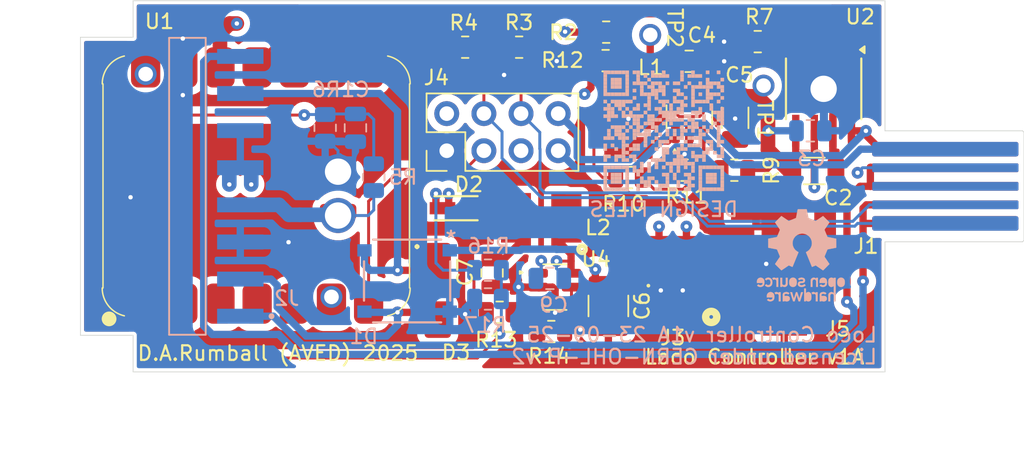
<source format=kicad_pcb>
(kicad_pcb (version 20241229) (generator "pcbnew") (generator_version "9.0")
  (layers (0 "F.Cu" signal) (4 "In1.Cu" signal) (6 "In2.Cu" signal) (2 "B.Cu" signal) (13 "F.Paste" user) (15 "B.Paste" user) (5 "F.SilkS" user "F.Silkscreen") (7 "B.SilkS" user "B.Silkscreen") (1 "F.Mask" user) (3 "B.Mask" user) (25 "Edge.Cuts" user))
  (net 0 "")
  (net 1 "/motor driver/+12V0")
  (net 2 "/LED_Y")
  (net 3 "/LED_R")
  (net 5 "/PWR_IN-")
  (net 6 "/BAT+")
  (net 7 "/PWR_IN+")
  (net 8 "Net-(U2-ILIM)")
  (net 9 "/motor driver/PCM_B")
  (net 10 "/motor driver/PCM_A")
  (net 11 "VBAT")
  (net 12 "Net-(U3-FB)")
  (net 13 "Net-(U3-SW)")
  (net 14 "GND")
  (net 15 "3V3")
  (net 16 "Net-(U1-GPIO0{slash}A0)")
  (net 17 "Net-(D1-+)")
  (net 18 "Net-(D2-A)")
  (net 19 "Net-(U1-GPIO1{slash}A1)")
  (net 20 "Net-(U4-BOOT)")
  (net 21 "Net-(U4-SW)")
  (net 22 "VBUS")
  (net 23 "/GPIO")
  (net 24 "Net-(U1-GPIO19{slash}SCK)")
  (net 25 "Net-(U1-GPIO17{slash}RX)")
  (net 26 "Net-(U4-FB)")
  (net 31 "/v boost/+VM")
  (net 32 "/MOTOR_M")
  (net 33 "/MOTOR_P")
  (net 34 "/RAIL_M")
  (net 35 "/RAIL_P")
  (footprint "loco-decoder-v1a:R_0805_2012Metric" (layer "F.Cu") (at 102.0125 81.19)
    (property "Reference" "R14")
    (property "Value" "19K6")
  )
  (footprint "loco-decoder-v1a:R_0805_2012Metric" (layer "F.Cu") (at 96.125 61.73)
    (property "Reference" "R4")
    (property "Value" "330R")
  )
  (footprint "loco-decoder-v1a:OSHW LOGO" (layer "F.Cu") (at 119.125 75.125)
    (property "Reference" "REF**" (hide yes))
    (property "Value" "OSHW LOGO" (hide yes))
  )
  (footprint "loco-decoder-v1a:R_0805_2012Metric" (layer "F.Cu") (at 116.125 61.35 180)
    (property "Reference" "R7")
    (property "Value" "68K")
  )
  (footprint "loco-decoder-v1a:SOT-23-6" (layer "F.Cu") (at 102.255 78.15)
    (property "Reference" "U4")
    (property "Value" "LMR51606YDBVR")
  )
  (footprint "loco-decoder-v1a:IND_ASPIAIG-S4035-100M-T_ABR" (layer "F.Cu") (at 107.2875 66.63145 -90)
    (property "Reference" "L1")
    (property "Value" "10U")
  )
  (footprint "loco-decoder-v1a:R_0805_2012Metric" (layer "F.Cu") (at 111.125 70.15 180)
    (property "Reference" "R11")
    (property "Value" "NOFIT")
  )
  (footprint "loco-decoder-v1a:XIAO-ESP32C6-SMD" (layer "F.Cu") (at 81.825 71.25 90)
    (property "Reference" "U1")
    (property "Value" "XIAO-ESP32-C6")
  )
  (footprint "loco-decoder-v1a:EDAC 302 SERIES CARD EDGE CONNECTOR 10way 2 row" (layer "F.Cu") (at 128.95 71.25 -90)
    (property "Reference" "J1")
    (property "Value" "DAPOL INTERNAL CONNECTOR" (hide yes))
  )
  (footprint "loco-decoder-v1a:DESIGN FILES QR CODE" (layer "F.Cu") (at 109.7 67.45)
    (property "Reference" "DESIGN" (hide yes))
    (property "Value" "DESIGN FILES")
  )
  (footprint "loco-decoder-v1a:Texas_HTSOP-8-1EP_3.9x4.9mm_P1.27mm_EP2.95x4.9mm_Mask2.4x3.1mm_ThermalVias" (layer "F.Cu") (at 120.63 64.58 -90)
    (property "Reference" "U2")
    (property "Value" "DRV8871DDA")
  )
  (footprint "loco-decoder-v1a:R_0805_2012Metric" (layer "F.Cu") (at 105.765 60.7)
    (property "Reference" "R2")
    (property "Value" "0R")
  )
  (footprint "loco-decoder-v1a:C_1210_3225Metric" (layer "F.Cu") (at 105.915 79.44 -90)
    (property "Reference" "C6")
    (property "Value" "10U 100V")
  )
  (footprint "loco-decoder-v1a:Test Point 1mm" (layer "F.Cu") (at 86.075 79.95)
    (property "Reference" "FD2" (hide yes))
    (property "Value" "3_Through hole test point")
  )
  (footprint "loco-decoder-v1a:D_SMA" (layer "F.Cu") (at 94.25 78.375 -90)
    (property "Reference" "D3")
    (property "Value" "SMAJ51CA")
  )
  (footprint "loco-decoder-v1a:Test Point 1mm" (layer "F.Cu") (at 108.775 60.89)
    (property "Reference" "TP2")
    (property "Value" "3_Through hole test point" (hide yes))
  )
  (footprint "loco-decoder-v1a:R_0805_2012Metric" (layer "F.Cu") (at 107.325 70.65)
    (property "Reference" "R10")
    (property "Value" "0R")
  )
  (footprint "loco-decoder-v1a:C_1206_3216Metric" (layer "F.Cu") (at 114.58 66.565 -90)
    (property "Reference" "C5")
    (property "Value" "10U 25V")
  )
  (footprint "loco-decoder-v1a:R_0805_2012Metric" (layer "F.Cu") (at 114.525 70.15 180)
    (property "Reference" "R9")
    (property "Value" "NOFIT")
  )
  (footprint "loco-decoder-v1a:IND_ASPIAIG-S4035-100M-T_ABR" (layer "F.Cu") (at 101.325 73.45)
    (property "Reference" "REF**" (hide yes))
    (property "Value" "10U" (hide yes))
  )
  (footprint "loco-decoder-v1a:R_0805_2012Metric" (layer "F.Cu") (at 105.725 62.65)
    (property "Reference" "R12")
    (property "Value" "0R")
  )
  (footprint "loco-decoder-v1a:C_0805_2012Metric" (layer "F.Cu") (at 111.44 62.695)
    (property "Reference" "C4")
    (property "Value" "4U7")
  )
  (footprint "loco-decoder-v1a:R_0805_2012Metric" (layer "F.Cu") (at 98.4825 79.87)
    (property "Reference" "R13")
    (property "Value" "100K")
  )
  (footprint "loco-decoder-v1a:SOT-23-6" (layer "F.Cu") (at 111.45 66.4975 90)
    (property "Reference" "U3" (hide yes))
    (property "Value" "TLV61046ADB")
  )
  (footprint "loco-decoder-v1a:R_0805_2012Metric" (layer "F.Cu") (at 99.815 61.73)
    (property "Reference" "R3")
    (property "Value" "330R")
  )
  (footprint "loco-decoder-v1a:PinHeader_2x04_P2.54mm_Vertical" (layer "F.Cu") (at 94.865 68.815 90)
    (property "Reference" "J4")
    (property "Value" "AUX CONNECTOR")
  )
  (footprint "loco-decoder-v1a:Test Point 1mm" (layer "F.Cu") (at 74.2833 63.57)
    (property "Reference" "FD1" (hide yes))
    (property "Value" "3_Through hole test point")
  )
  (footprint "loco-decoder-v1a:WE-MAPI_4020" (layer "F.Cu") (at 101.315 73.56 180)
    (property "Reference" "L2")
    (property "Value" "15U")
  )
  (footprint "loco-decoder-v1a:C_1206_3216Metric" (layer "F.Cu") (at 119.995 70.2)
    (property "Reference" "C2")
    (property "Value" "10U 25V")
  )
  (footprint "loco-decoder-v1a:CONN_532610001-SD_02_MOL" (layer "F.Cu") (at 117.945 77.19 -90)
    (property "Reference" "J5")
    (property "Value" "Molex picoblade 1.25mm RA" (hide yes))
  )
  (footprint "loco-decoder-v1a:Test Point 1mm" (layer "F.Cu") (at 116.525 64.36)
    (property "Reference" "TP1")
    (property "Value" "3_Through hole test point")
  )
  (footprint "loco-decoder-v1a:DIODE_MSP3V3-L" (layer "F.Cu") (at 95.5 72.75)
    (property "Reference" "D2")
    (property "Value" "MSS1P3L-M3/89A" (hide yes))
  )
  (footprint "loco-decoder-v1a:JST_S2B-PH-SM4-TB" (layer "F.Cu") (at 110.25 76.15 -90)
    (property "Reference" "J3")
    (property "Value" "S2B-PH-SM4-TB")
  )
  (footprint "loco-decoder-v1a:C_0805_2012Metric" (layer "F.Cu") (at 97.9625 77.18 -90)
    (property "Reference" "C7")
    (property "Value" "22U")
  )
  (footprint "loco-decoder-v1a:C_0805_2012Metric" (layer "B.Cu") (at 101.915 77.55)
    (property "Reference" "C9")
    (property "Value" "100N 50V")
  )
  (footprint "loco-decoder-v1a:C_0805_2012Metric" (layer "B.Cu") (at 119.725 67.45)
    (property "Reference" "C3")
    (property "Value" "100N 50V")
  )
  (footprint "loco-decoder-v1a:R_0805_2012Metric" (layer "B.Cu") (at 89.875 70.625 -90)
    (property "Reference" "R5")
    (property "Value" "100K")
  )
  (footprint "loco-decoder-v1a:CD-MBL2xxS_BRN" (layer "B.Cu") (at 92.155 77.73 180)
    (property "Reference" "D1")
    (property "Value" "MBL206S")
  )
  (footprint "loco-decoder-v1a:C_0805_2012Metric" (layer "B.Cu") (at 88.625 67.25 -90)
    (property "Reference" "C1")
    (property "Value" "1U0")
  )
  (footprint "loco-decoder-v1a:R_0805_2012Metric" (layer "B.Cu") (at 97.685 76.99 180)
    (property "Reference" "R16")
    (property "Value" "20K")
  )
  (footprint "loco-decoder-v1a:R_0805_2012Metric" (layer "B.Cu") (at 86.555 67.25 90)
    (property "Reference" "R6")
    (property "Value" "100K")
  )
  (footprint "loco-decoder-v1a:HARWIN_M20-8890845" (layer "B.Cu") (at 77.1375 71.25 90)
    (property "Reference" "J2")
    (property "Value" "OPTION LINKS" (hide yes))
  )
  (footprint "loco-decoder-v1a:R_0805_2012Metric" (layer "B.Cu") (at 97.685 78.96)
    (property "Reference" "R17")
    (property "Value" "30K")
  )
  (gr_line (start 117.225 61.55) (end 117.025 61.35) (stroke (width 0.2)) (layer "F.Cu") (net 8))
  (gr_line (start 112.025 70.15) (end 112.025 70.65) (stroke (width 0.2)) (layer "F.Cu") (net 12))
  (gr_line (start 118.725 61.55) (end 117.225 61.55) (stroke (width 0.2)) (layer "F.Cu") (net 8))
  (gr_line (start 120.625 67.45) (end 120.625 65.55) (stroke (width 0.5)) (layer "B.Cu") (net 14))
  (gr_line (start 73.425 58.55) (end 124.825 58.55) (stroke (width 0.05)) (layer "Edge.Cuts"))
  (gr_line (start 124.825 58.55) (end 124.825 67.45) (stroke (width 0.05)) (layer "Edge.Cuts"))
  (gr_line (start 124.825 75.05) (end 124.825 83.95) (stroke (width 0.05)) (layer "Edge.Cuts"))
  (gr_line (start 134.225 75.05) (end 124.825 75.05) (stroke (width 0.05)) (layer "Edge.Cuts"))
  (gr_line (start 73.425 81.45) (end 73.425 83.95) (stroke (width 0.05)) (layer "Edge.Cuts"))
  (gr_line (start 73.425 81.45) (end 69.825 81.45) (stroke (width 0.05)) (layer "Edge.Cuts"))
  (gr_line (start 124.825 67.45) (end 134.225 67.45) (stroke (width 0.05)) (layer "Edge.Cuts"))
  (gr_line (start 69.825 81.45) (end 69.825 61.05) (stroke (width 0.05)) (layer "Edge.Cuts"))
  (gr_line (start 73.425 83.95) (end 124.825 83.95) (stroke (width 0.05)) (layer "Edge.Cuts"))
  (gr_line (start 69.825 61.05) (end 73.425 61.05) (stroke (width 0.05)) (layer "Edge.Cuts"))
  (gr_line (start 134.225 67.45) (end 134.325 67.55) (stroke (width 0.05)) (layer "Edge.Cuts"))
  (gr_line (start 73.425 58.55) (end 73.425 61.05) (stroke (width 0.05)) (layer "Edge.Cuts"))
  (gr_line (start 134.325 74.95) (end 134.225 75.05) (stroke (width 0.05)) (layer "Edge.Cuts"))
  (gr_line (start 134.325 67.55) (end 134.325 74.95) (stroke (width 0.05)) (layer "Edge.Cuts"))
  (gr_text "D.A.Rumball (AVED) 2025" (at 73.635 83.26 0) (layer "F.SilkS") (effects (font (size 1 1)) (justify left bottom)))
  (gr_text "Loco Controller v1A" (at 108.315 83.51 0) (layer "F.SilkS") (effects (font (size 1 1)) (justify left bottom)))
  (gr_text "Loco Controller v1A 23-09-25" (at 124.375 82 0) (layer "B.SilkS") (effects (font (size 1 1)) (justify left bottom mirror)))
  (gr_text "Licensed under CERN-OHL-P v2" (at 124.375 83.5 0) (layer "B.SilkS") (effects (font (size 1 1)) (justify left bottom mirror)))
  (segment (start 116.825 68.75) (end 116.825 65.85) (width 1) (layer "F.Cu") (net 1))
  (segment (start 114.58 65.09) (end 114.965 65.09) (width 0.5) (layer "F.Cu") (net 1))
  (segment (start 114.145 65.09) (end 113.35 64.295) (width 0.5) (layer "F.Cu") (net 1))
  (segment (start 113.05 63.975) (end 111.82 63.975) (width 0.5) (layer "F.Cu") (net 1))
  (segment (start 118.52 70.2) (end 118.275 70.2) (width 1) (layer "F.Cu") (net 1))
  (segment (start 116.525 64.36) (end 116.525 64.63) (width 0.2) (layer "F.Cu") (net 1))
  (segment (start 118.275 70.2) (end 117.525 69.45) (width 1) (layer "F.Cu") (net 1))
  (segment (start 116.825 65.85) (end 116.065 65.09) (width 1) (layer "F.Cu") (net 1))
  (segment (start 113.35 64.275) (end 113.05 63.975) (width 0.5) (layer "F.Cu") (net 1))
  (segment (start 114.58 65.09) (end 114.145 65.09) (width 0.5) (layer "F.Cu") (net 1))
  (segment (start 113.35 64.295) (end 113.35 64.275) (width 0.5) (layer "F.Cu") (net 1))
  (segment (start 111.82 63.975) (end 111.45 64.345) (width 0.5) (layer "F.Cu") (net 1))
  (segment (start 111.45 64.345) (end 111.45 65.36) (width 0.5) (layer "F.Cu") (net 1))
  (segment (start 118.725 69.995) (end 118.52 70.2) (width 0.5) (layer "F.Cu") (net 1))
  (segment (start 118.47 70.15) (end 118.52 70.2) (width 0.15) (layer "F.Cu") (net 1))
  (segment (start 118.725 67.455) (end 118.725 69.995) (width 0.5) (layer "F.Cu") (net 1))
  (segment (start 115.4375 70.15) (end 116.825 70.15) (width 0.25) (layer "F.Cu") (net 1))
  (segment (start 116.525 64.63) (end 116.065 65.09) (width 0.2) (layer "F.Cu") (net 1))
  (segment (start 118.52 69.745) (end 118.52 70.2) (width 0.5) (layer "F.Cu") (net 1))
  (segment (start 116.825 70.15) (end 117.525 69.45) (width 0.25) (layer "F.Cu") (net 1))
  (segment (start 117.525 69.45) (end 116.825 68.75) (width 1) (layer "F.Cu") (net 1))
  (segment (start 116.065 65.09) (end 114.58 65.09) (width 1) (layer "F.Cu") (net 1))
  (via (at 116.825 67.45) (size 0.8) (drill 0.3) (layers "F.Cu" "B.Cu") (net 1))
  (segment (start 118.775 67.45) (end 116.825 67.45) (width 0.5) (layer "B.Cu") (net 1))
  (segment (start 97.0375 63.6325) (end 97.0375 61.73) (width 0.2) (layer "F.Cu") (net 2))
  (segment (start 97.405 66.275) (end 97.405 64) (width 0.2) (layer "F.Cu") (net 2))
  (segment (start 97.405 64) (end 97.0375 63.6325) (width 0.2) (layer "F.Cu") (net 2))
  (segment (start 101.339621 72.024621) (end 98.645 69.33) (width 0.2) (layer "B.Cu") (net 2))
  (segment (start 128.95 73.79) (end 122.948862 73.79) (width 0.2) (layer "B.Cu") (net 2))
  (segment (start 122.760862 73.978) (end 112.689138 73.978) (width 0.2) (layer "B.Cu") (net 2))
  (segment (start 110.735759 72.024621) (end 101.339621 72.024621) (width 0.2) (layer "B.Cu") (net 2))
  (segment (start 112.689138 73.978) (end 110.735759 72.024621) (width 0.2) (layer "B.Cu") (net 2))
  (segment (start 122.948862 73.79) (end 122.760862 73.978) (width 0.2) (layer "B.Cu") (net 2))
  (segment (start 98.645 69.33) (end 98.645 67.515) (width 0.2) (layer "B.Cu") (net 2))
  (segment (start 98.645 67.515) (end 97.405 66.275) (width 0.2) (layer "B.Cu") (net 2))
  (segment (start 100.7275 61.73) (end 100.7275 63.3275) (width 0.2) (layer "F.Cu") (net 3))
  (segment (start 100.7275 63.3275) (end 99.945 64.11) (width 0.2) (layer "F.Cu") (net 3))
  (segment (start 99.945 64.11) (end 99.945 66.275) (width 0.2) (layer "F.Cu") (net 3))
  (segment (start 128.95 72.52) (end 123.755 72.52) (width 0.2) (layer "B.Cu") (net 3))
  (segment (start 101.245 68.71) (end 101.225 68.69) (width 0.2) (layer "B.Cu") (net 3))
  (segment (start 101.245 71.38) (end 101.245 68.71) (width 0.2) (layer "B.Cu") (net 3))
  (segment (start 101.225 68.69) (end 101.225 67.555) (width 0.2) (layer "B.Cu") (net 3))
  (segment (start 128.95 72.52) (end 128.92 72.55) (width 0.2) (layer "B.Cu") (net 3))
  (segment (start 101.225 67.555) (end 99.945 66.275) (width 0.2) (layer "B.Cu") (net 3))
  (segment (start 101.561621 71.696621) (end 101.245 71.38) (width 0.2) (layer "B.Cu") (net 3))
  (segment (start 110.871621 71.696621) (end 101.561621 71.696621) (width 0.2) (layer "B.Cu") (net 3))
  (segment (start 123.755 72.52) (end 122.625 73.65) (width 0.2) (layer "B.Cu") (net 3))
  (segment (start 122.625 73.65) (end 112.825 73.65) (width 0.2) (layer "B.Cu") (net 3))
  (segment (start 112.825 73.65) (end 110.871621 71.696621) (width 0.2) (layer "B.Cu") (net 3))
  (segment (start 94.5 80.375) (end 94.125 80.375) (width 0.5) (layer "F.Cu") (net 5))
  (segment (start 93.75 79.875) (end 94.25 80.375) (width 0.5) (layer "F.Cu") (net 5))
  (segment (start 94.25 80.375) (end 94.125 80.375) (width 0.2) (layer "F.Cu") (net 5))
  (segment (start 91.5 79.875) (end 93.75 79.875) (width 0.5) (layer "F.Cu") (net 5))
  (via (at 91.5 79.875) (size 0.8) (drill 0.3) (layers "F.Cu" "B.Cu") (net 5))
  (segment (start 91.5 79.875) (end 89.28985 79.875) (width 0.5) (layer "B.Cu") (net 5))
  (segment (start 83.275126 78.025126) (end 82.85 77.6) (width 0.5) (layer "B.Cu") (net 5))
  (segment (start 90.753 81.497) (end 85.260126 81.497) (width 0.5) (layer "B.Cu") (net 5))
  (segment (start 82.85 77.6) (end 80.7525 77.6) (width 0.5) (layer "B.Cu") (net 5))
  (segment (start 85.260126 81.497) (end 83.275126 79.512) (width 0.5) (layer "B.Cu") (net 5))
  (segment (start 91.5 79.875) (end 91.5 80.75) (width 0.5) (layer "B.Cu") (net 5))
  (segment (start 89.28985 79.875) (end 89.24035 79.8255) (width 0.5) (layer "B.Cu") (net 5))
  (segment (start 91.5 80.75) (end 90.753 81.497) (width 0.5) (layer "B.Cu") (net 5))
  (segment (start 83.275126 79.512) (end 83.275126 78.025126) (width 0.5) (layer "B.Cu") (net 5))
  (segment (start 112.465 75.22) (end 110.54 75.22) (width 0.5) (layer "F.Cu") (net 6))
  (segment (start 109.375 74) (end 109.375 75.15) (width 0.5) (layer "F.Cu") (net 6))
  (segment (start 113.045 75.8) (end 112.465 75.22) (width 0.5) (layer "F.Cu") (net 6))
  (segment (start 110.215 75.215) (end 110.22 75.22) (width 0.5) (layer "F.Cu") (net 6))
  (segment (start 113.53 77.815) (end 113.045 77.33) (width 0.5) (layer "F.Cu") (net 6))
  (segment (start 111.25 74) (end 111.25 75.15) (width 0.5) (layer "F.Cu") (net 6))
  (segment (start 110.345 75.56) (end 110.365 75.54) (width 0.2) (layer "F.Cu") (net 6))
  (segment (start 115.0405 77.815) (end 113.53 77.815) (width 0.5) (layer "F.Cu") (net 6))
  (segment (start 113.045 77.33) (end 113.045 75.8) (width 0.5) (layer "F.Cu") (net 6))
  (via (at 109.375 74) (size 0.8) (drill 0.3) (layers "F.Cu" "B.Cu") (net 6))
  (via (at 81.5 71.125) (size 0.8) (drill 0.3) (layers "F.Cu" "B.Cu") (net 6))
  (via (at 111.25 74) (size 0.8) (drill 0.3) (layers "F.Cu" "B.Cu") (net 6))
  (via (at 80 71.125) (size 0.8) (drill 0.3) (layers "F.Cu" "B.Cu") (net 6))
  (segment (start 80.7525 69.98) (end 81.23 69.98) (width 0.5) (layer "B.Cu") (net 6))
  (segment (start 80 70.125) (end 80 71.125) (width 1) (layer "B.Cu") (net 6))
  (segment (start 81.23 69.98) (end 81.5 70.25) (width 0.5) (layer "B.Cu") (net 6))
  (segment (start 80.145 69.98) (end 80 70.125) (width 0.5) (layer "B.Cu") (net 6))
  (segment (start 80.7525 69.98) (end 80.7525 67.44) (width 0.5) (layer "B.Cu") (net 6))
  (segment (start 81.5 70.25) (end 81.5 71.125) (width 1) (layer "B.Cu") (net 6))
  (segment (start 80.7525 69.98) (end 80.145 69.98) (width 0.5) (layer "B.Cu") (net 6))
  (segment (start 93.625 77) (end 94.25 76.375) (width 0.5) (layer "F.Cu") (net 7))
  (segment (start 91.5 77) (end 93.625 77) (width 0.5) (layer "F.Cu") (net 7))
  (via (at 91.5 77) (size 0.8) (drill 0.3) (layers "F.Cu" "B.Cu") (net 7))
  (segment (start 89.24035 76.61535) (end 89.24035 75.6345) (width 0.5) (layer "B.Cu") (net 7))
  (segment (start 91.5 77) (end 89.625 77) (width 0.5) (layer "B.Cu") (net 7))
  (segment (start 80.7525 64.9) (end 90.275 64.9) (width 0.5) (layer "B.Cu") (net 7))
  (segment (start 89.625 77) (end 89.24035 76.61535) (width 0.5) (layer "B.Cu") (net 7))
  (segment (start 91.5 66.125) (end 91.5 77) (width 0.5) (layer "B.Cu") (net 7))
  (segment (start 90.275 64.9) (end 91.5 66.125) (width 0.5) (layer "B.Cu") (net 7))
  (segment (start 120.491 59.26) (end 121.265 60.034) (width 0.2) (layer "F.Cu") (net 9))
  (segment (start 121.265 60.034) (end 121.265 61.705) (width 0.2) (layer "F.Cu") (net 9))
  (segment (start 81.9033 62.7617) (end 85.405 59.26) (width 0.2) (layer "F.Cu") (net 9))
  (segment (start 85.405 59.26) (end 120.491 59.26) (width 0.2) (layer "F.Cu") (net 9))
  (segment (start 81.9033 63.114) (end 81.9033 62.7617) (width 0.2) (layer "F.Cu") (net 9))
  (segment (start 84.4433 61.2217) (end 84.4433 63.114) (width 0.2) (layer "F.Cu") (net 10))
  (segment (start 119.995 60.02) (end 119.563 59.588) (width 0.2) (layer "F.Cu") (net 10))
  (segment (start 119.995 61.705) (end 119.995 60.02) (width 0.2) (layer "F.Cu") (net 10))
  (segment (start 119.563 59.588) (end 86.077 59.588) (width 0.2) (layer "F.Cu") (net 10))
  (segment (start 86.077 59.588) (end 84.4433 61.2217) (width 0.2) (layer "F.Cu") (net 10))
  (segment (start 87.375 73.05) (end 87.4196 73.0054) (width 0.2) (layer "F.Cu") (net 11))
  (segment (start 104.28489 64.937039) (end 104.28489 64.93011) (width 0.5) (layer "F.Cu") (net 11))
  (segment (start 104.28489 64.93011) (end 104.725 64.49) (width 0.5) (layer "F.Cu") (net 11))
  (segment (start 104.28489 64.937039) (end 104.195 64.847149) (width 0.5) (layer "F.Cu") (net 11))
  (segment (start 104.725 64.49) (end 104.725 62.65) (width 0.5) (layer "F.Cu") (net 11))
  (segment (start 87.4196 73.0054) (end 87.435 73.0054) (width 0.2) (layer "F.Cu") (net 11))
  (via (at 104.28489 64.937039) (size 0.8) (drill 0.3) (layers "F.Cu" "B.Cu") (net 11))
  (via (at 87.435 73.25) (size 2.4) (drill 1.8) (layers "F.Cu" "B.Cu") (net 11))
  (segment (start 83.395 72.52) (end 84.075 73.2) (width 1) (layer "B.Cu") (net 11))
  (segment (start 84.825 73.2) (end 87.385 73.2) (width 1) (layer "B.Cu") (net 11))
  (segment (start 84.075 73.2) (end 84.825 73.2) (width 1) (layer "B.Cu") (net 11))
  (segment (start 89.875 72.875) (end 89.5 73.25) (width 0.2) (layer "B.Cu") (net 11))
  (segment (start 87.385 73.2) (end 87.435 73.25) (width 1) (layer "B.Cu") (net 11))
  (segment (start 89.5 73.25) (end 87.435 73.25) (width 0.2) (layer "B.Cu") (net 11))
  (segment (start 89.875 71.5375) (end 89.875 72.875) (width 0.2) (layer "B.Cu") (net 11))
  (segment (start 80.7525 72.52) (end 83.395 72.52) (width 1) (layer "B.Cu") (net 11))
  (segment (start 113.6125 70.15) (end 112.0375 70.15) (width 0.25) (layer "F.Cu") (net 12))
  (segment (start 109.025 71.4375) (end 108.2375 70.65) (width 0.2) (layer "F.Cu") (net 12))
  (segment (start 109.025 71.45) (end 109.025 71.4375) (width 0.15) (layer "F.Cu") (net 12))
  (segment (start 108.5375 70.15) (end 108.5375 70.2625) (width 0.15) (layer "F.Cu") (net 12))
  (segment (start 112.425 68.95) (end 112.425 67.66) (width 0.25) (layer "F.Cu") (net 12))
  (segment (start 112.0375 69.3375) (end 112.425 68.95) (width 0.25) (layer "F.Cu") (net 12))
  (segment (start 112.0375 70.15) (end 112.0375 69.3375) (width 0.25) (layer "F.Cu") (net 12))
  (segment (start 112.0375 70.15) (end 112.0375 70.4375) (width 0.15) (layer "F.Cu") (net 12))
  (segment (start 111.025 71.45) (end 109.025 71.45) (width 0.2) (layer "F.Cu") (net 12))
  (segment (start 112.0375 70.4375) (end 111.025 71.45) (width 0.2) (layer "F.Cu") (net 12))
  (segment (start 112.425 67.66) (end 112.4 67.635) (width 0.25) (layer "F.Cu") (net 12))
  (segment (start 110.5 67.635) (end 109.985 68.15) (width 0.5) (layer "F.Cu") (net 13))
  (segment (start 110.5 68) (end 110.4725 68.0275) (width 0.5) (layer "F.Cu") (net 13))
  (segment (start 107.34375 68.15) (end 107.2875 68.20625) (width 0.5) (layer "F.Cu") (net 13))
  (segment (start 109.985 68.15) (end 107.34375 68.15) (width 0.5) (layer "F.Cu") (net 13))
  (segment (start 110.5 67.635) (end 110.5 68) (width 0.5) (layer "F.Cu") (net 13))
  (segment (start 114.58 68.04) (end 114.58 66.615) (width 0.5) (layer "F.Cu") (net 14))
  (segment (start 102.2725 79.9) (end 102.5025 79.9) (width 0.5) (layer "F.Cu") (net 14))
  (segment (start 103.9425 81.0075) (end 103.995 81.06) (width 0.5) (layer "F.Cu") (net 14))
  (segment (start 120.63 64.58) (end 121.355 64.58) (width 0.5) (layer "F.Cu") (net 14))
  (segment (start 102.0925 78.15) (end 101.1175 78.15) (width 0.5) (layer "F.Cu") (net 14))
  (segment (start 109.425 77.17) (end 109.405 77.15) (width 0.5) (layer "F.Cu") (net 14))
  (segment (start 101.1175 78.15) (end 99.7825 78.15) (width 0.5) (layer "F.Cu") (net 14))
  (segment (start 115.0405 76.565) (end 116.7 76.565) (width 0.5) (layer "F.Cu") (net 14))
  (segment (start 103.995 81.06) (end 105.77 81.06) (width 0.5) (layer "F.Cu") (net 14))
  (segment (start 102.9425 80.34) (end 102.925 80.3225) (width 0.5) (layer "F.Cu") (net 14))
  (segment (start 113.83 62.695) (end 113.51 62.695) (width 0.5) (layer "F.Cu") (net 14))
  (segment (start 76.8233 61.14) (end 76.8233 63.114) (width 1) (layer "F.Cu") (net 14))
  (segment (start 111.45 67.635) (end 111.45 68.725) (width 0.5) (layer "F.Cu") (net 14))
  (segment (start 102.925 81.19) (end 103.0925 81.19) (width 0.5) (layer "F.Cu") (net 14))
  (segment (start 109.405 77.15) (end 110.25 77.15) (width 0.5) (layer "F.Cu") (net 14))
  (segment (start 115.2125 61.35) (end 113.825 61.35) (width 0.2) (layer "F.Cu") (net 14))
  (segment (start 104.0025 81.0525) (end 103.995 81.06) (width 0.5) (layer "F.Cu") (net 14))
  (segment (start 121.355 64.58) (end 122.535 63.4) (width 0.5) (layer "F.Cu") (net 14))
  (segment (start 111.45 68.725) (end 111.125 69.05) (width 0.5) (layer "F.Cu") (net 14))
  (segment (start 99.7725 78.14) (end 97.7525 78.14) (width 0.5) (layer "F.Cu") (net 14))
  (segment (start 109.48 78.355) (end 109.48 77.635) (width 0.5) (layer "F.Cu") (net 14))
  (segment (start 103.995 81.06) (end 103.055 81.06) (width 0.5) (layer "F.Cu") (net 14))
  (segment (start 87.415 70.4608) (end 87.4196 70.4654) (width 0.2) (layer "F.Cu") (net 14))
  (segment (start 102.2725 79.9) (end 102.2725 78.33) (width 0.5) (layer "F.Cu") (net 14))
  (segment (start 87.4196 70.4654) (end 87.435 70.4654) (width 0.2) (layer "F.Cu") (net 14))
  (segment (start 105.77 81.06) (end 105.915 80.915) (width 0.5) (layer "F.Cu") (net 14))
  (segment (start 76.8233 63.114) (end 76.8233 65.01) (width 1) (layer "F.Cu") (net 14))
  (segment (start 99.7825 78.15) (end 99.7725 78.14) (width 0.5) (layer "F.Cu") (net 14))
  (segment (start 121.265 67.455) (end 121.265 69.995) (width 0.5) (layer "F.Cu") (net 14))
  (segment (start 110.2125 70.15) (end 110.2125 69.9625) (width 0.5) (layer "F.Cu") (net 14))
  (segment (start 102.925 80.3225) (end 102.925 81.19) (width 0.5) (layer "F.Cu") (net 14))
  (segment (start 102.5025 79.9) (end 102.925 80.3225) (width 0.5) (layer "F.Cu") (net 14))
  (segment (start 103.055 81.06) (end 102.925 81.19) (width 0.5) (layer "F.Cu") (net 14))
  (segment (start 110.98 78.355) (end 110.98 77.635) (width 0.5) (layer "F.Cu") (net 14))
  (segment (start 102.2725 78.33) (end 102.0925 78.15) (width 0.5) (layer "F.Cu") (net 14))
  (segment (start 121.265 67.455) (end 121.265 65.215) (width 0.5) (layer "F.Cu") (net 14))
  (segment (start 101.1675 78.2) (end 101.1175 78.15) (width 0.5) (layer "F.Cu") (net 14))
  (segment (start 122.535 63.4) (end 122.535 61.705) (width 0.5) (layer "F.Cu") (net 14))
  (segment (start 121.265 69.995) (end 121.47 70.2) (width 0.5) (layer "F.Cu") (net 14))
  (segment (start 112.39 62.695) (end 113.83 62.695) (width 0.5) (layer "F.Cu") (net 14))
  (segment (start 110.2125 69.9625) (end 111.125 69.05) (width 0.5) (layer "F.Cu") (net 14))
  (segment (start 116.7 76.565) (end 116.705 76.56) (width 0.5) (layer "F.Cu") (net 14))
  (segment (start 121.265 65.215) (end 120.63 64.58) (width 0.5) (layer "F.Cu") (net 14))
  (via (at 73.25 72) (size 0.8) (drill 0.3) (layers "F.Cu" "B.Cu") (net 14))
  (via (at 109.5 78.375) (size 0.8) (drill 0.3) (layers "F.Cu" "B.Cu") (net 14))
  (via (at 116.705 76.56) (size 0.8) (drill 0.3) (layers "F.Cu" "B.Cu") (net 14))
  (via (at 107.2875 66.63145) (size 0.8) (drill 0.3) (layers "F.Cu" "B.Cu") (net 14))
  (via (at 114.58 66.615) (size 0.8) (drill 0.3) (layers "F.Cu" "B.Cu") (net 14))
  (via (at 76.8233 65.01) (size 0.8) (drill 0.3) (layers "F.Cu" "B.Cu") (net 14))
  (via (at 103.995 81.06) (size 0.8) (drill 0.3) (layers "F.Cu" "B.Cu") (net 14))
  (via (at 111.125 69.05) (size 0.8) (drill 0.3) (layers "F.Cu" "B.Cu") (net 14))
  (via (at 111 78.375) (size 0.8) (drill 0.3) (layers "F.Cu" "B.Cu") (net 14))
  (via (at 102.2725 79.9) (size 0.8) (drill 0.3) (layers "F.Cu" "B.Cu") (net 14))
  (via (at 96.125 80) (size 0.8) (drill 0.3) (layers "F.Cu" "B.Cu") (net 14))
  (via (at 98.785 63.63) (size 0.8) (drill 0.3) (layers "F.Cu" "B.Cu") (net 14))
  (via (at 102.385 62.68) (size 0.8) (drill 0.3) (layers "F.Cu" "B.Cu") (net 14))
  (via (at 84.05 75.075) (size 0.8) (drill 0.3) (layers "F.Cu" "B.Cu") (net 14))
  (via (at 87.435 70.25) (size 2.4) (drill 1.8) (layers "F.Cu" "B.Cu") (net 14))
  (via (at 76.8233 61.14) (size 0.8) (drill 0.3) (layers "F.Cu" "B.Cu") (net 14))
  (via (at 113.825 61.35) (size 0.8) (drill 0.3) (layers "F.Cu" "B.Cu") (net 14))
  (via (at 99.7725 78.14) (size 0.8) (drill 0.3) (layers "F.Cu" "B.Cu") (net 14))
  (via (at 113.83 62.695) (size 0.8) (drill 0.3) (layers "F.Cu" "B.Cu") (net 14))
  (segment (start 96.7725 79.2425) (end 96.7725 78.96) (width 0.2) (layer "B.Cu") (net 14))
  (segment (start 96.125 80) (end 96.125 79.6075) (width 0.5) (layer "B.Cu") (net 14))
  (segment (start 86.7875 68.1625) (end 87.435 68.81) (width 0.2) (layer "B.Cu") (net 14))
  (segment (start 84.035 75.06) (end 80.7525 75.06) (width 1) (layer "B.Cu") (net 14))
  (segment (start 95.14515 79.75) (end 95.06965 79.8255) (width 0.5) (layer "B.Cu") (net 14))
  (segment (start 95.06965 79.8255) (end 95.9505 79.8255) (width 0.5) (layer "B.Cu") (net 14))
  (segment (start 96.7725 78.96) (end 96.7725 79.1625) (width 0.2) (layer "B.Cu") (net 14))
  (segment (start 96.795 78.9825) (end 96.7725 78.96) (width 0.2) (layer "B.Cu") (net 14))
  (segment (start 84.05 75.075) (end 84.035 75.06) (width 1) (layer "B.Cu") (net 14))
  (segment (start 86.555 68.1625) (end 88.5875 68.1625) (width 0.2) (layer "B.Cu") (net 14))
  (segment (start 96.125 79.6075) (end 96.7725 78.96) (width 0.5) (layer "B.Cu") (net 14))
  (segment (start 87.435 68.81) (end 87.435 70.25) (width 0.2) (layer "B.Cu") (net 14))
  (segment (start 96.7725 78.96) (end 96.805 78.96) (width 0.2) (layer "B.Cu") (net 14))
  (segment (start 95.9505 79.8255) (end 96.125 80) (width 0.5) (layer "B.Cu") (net 14))
  (segment (start 102.985 60.7) (end 102.955 60.67) (width 0.5) (layer "F.Cu") (net 15))
  (segment (start 80.515 60.11) (end 80.025 60.11) (width 1) (layer "F.Cu") (net 15))
  (segment (start 80.025 60.11) (end 79.3633 60.7717) (width 1) (layer "F.Cu") (net 15))
  (segment (start 104.765 60.7) (end 102.985 60.7) (width 0.5) (layer "F.Cu") (net 15))
  (segment (start 79.3633 60.7717) (end 79.3633 63.114) (width 1) (layer "F.Cu") (net 15))
  (via (at 102.955 60.67) (size 0.8) (drill 0.3) (layers "F.Cu" "B.Cu") (net 15))
  (via (at 122.95 70.325) (size 0.8) (drill 0.3) (layers "F.Cu" "B.Cu") (net 15))
  (via (at 80.515 60.11) (size 0.8) (drill 0.3) (layers "F.Cu" "B.Cu") (net 15))
  (segment (start 123.295 69.98) (end 122.95 70.325) (width 0.2) (layer "B.Cu") (net 15))
  (segment (start 128.95 69.98) (end 123.295 69.98) (width 0.2) (layer "B.Cu") (net 15))
  (segment (start 74.2833 68.2167) (end 76.125 66.375) (width 0.2) (layer "F.Cu") (net 16))
  (segment (start 74.2833 79.279) (end 74.2833 68.2167) (width 0.2) (layer "F.Cu") (net 16))
  (segment (start 76.125 66.375) (end 85.125 66.375) (width 0.2) (layer "F.Cu") (net 16))
  (via (at 85.125 66.375) (size 0.8) (drill 0.3) (layers "F.Cu" "B.Cu") (net 16))
  (segment (start 88.625 66.3) (end 86.5925 66.3) (width 0.2) (layer "B.Cu") (net 16))
  (segment (start 89.875 66.675) (end 89.5 66.3) (width 0.2) (layer "B.Cu") (net 16))
  (segment (start 85.1625 66.3375) (end 85.125 66.375) (width 0.2) (layer "B.Cu") (net 16))
  (segment (start 86.555 66.3375) (end 85.1625 66.3375) (width 0.2) (layer "B.Cu") (net 16))
  (segment (start 89.875 69.7125) (end 89.875 66.675) (width 0.2) (layer "B.Cu") (net 16))
  (segment (start 89.5 66.3) (end 88.625 66.3) (width 0.2) (layer "B.Cu") (net 16))
  (segment (start 104.635 78.15) (end 103.3925 78.15) (width 0.5) (layer "F.Cu") (net 17))
  (segment (start 105.17 77.965) (end 105.025 77.82) (width 0.5) (layer "F.Cu") (net 17))
  (segment (start 103.3925 78.15) (end 103.3925 79.1) (width 0.2) (layer "F.Cu") (net 17))
  (segment (start 105.025 77.82) (end 105.025 76.93) (width 0.5) (layer "F.Cu") (net 17))
  (segment (start 105.915 77.965) (end 105.17 77.965) (width 0.5) (layer "F.Cu") (net 17))
  (via (at 105.025 76.93) (size 0.8) (drill 0.3) (layers "F.Cu" "B.Cu") (net 17))
  (segment (start 99.9105 75.6345) (end 95.06965 75.6345) (width 0.5) (layer "B.Cu") (net 17))
  (segment (start 102.375 75.569) (end 102.355 75.549) (width 0.5) (layer "B.Cu") (net 17))
  (segment (start 105.025 76.93) (end 103.664 75.569) (width 0.5) (layer "B.Cu") (net 17))
  (segment (start 103.664 75.569) (end 102.375 75.569) (width 0.5) (layer "B.Cu") (net 17))
  (segment (start 102.355 75.549) (end 99.996 75.549) (width 0.5) (layer "B.Cu") (net 17))
  (segment (start 99.996 75.549) (end 99.9105 75.6345) (width 0.5) (layer "B.Cu") (net 17))
  (segment (start 97.57 79.7075) (end 97.57 79.87) (width 0.2) (layer "F.Cu") (net 18))
  (segment (start 96.725 77.5) (end 96.725 77.22) (width 0.2) (layer "F.Cu") (net 18))
  (segment (start 99.93 73.76) (end 100.13 73.56) (width 0.5) (layer "F.Cu") (net 18))
  (segment (start 97.715 76.23) (end 97.9625 76.23) (width 0.2) (layer "F.Cu") (net 18))
  (segment (start 100.13 74.865) (end 100.13 73.56) (width 0.5) (layer "F.Cu") (net 18))
  (segment (start 96.725 77.22) (end 97.715 76.23) (width 0.2) (layer "F.Cu") (net 18))
  (segment (start 98.7625 76.24) (end 99.2225 75.78) (width 0.5) (layer "F.Cu") (net 18))
  (segment (start 100.13 73.56) (end 100.13 74.385) (width 0.2) (layer "F.Cu") (net 18))
  (segment (start 100.13 74.385) (end 99.755 74.76) (width 0.2) (layer "F.Cu") (net 18))
  (segment (start 97.7525 76.24) (end 98.7625 76.24) (width 0.5) (layer "F.Cu") (net 18))
  (segment (start 96.6921 72.75) (end 99.5175 72.75) (width 0.5) (layer "F.Cu") (net 18))
  (segment (start 96.725 78.11) (end 96.725 78.8625) (width 0.2) (layer "F.Cu") (net 18))
  (segment (start 99.2225 75.7725) (end 100.13 74.865) (width 0.5) (layer "F.Cu") (net 18))
  (segment (start 96.725 78.8625) (end 97.57 79.7075) (width 0.2) (layer "F.Cu") (net 18))
  (segment (start 99.2225 75.78) (end 99.2225 75.7725) (width 0.5) (layer "F.Cu") (net 18))
  (segment (start 96.725 77.5) (end 96.725 78.11) (width 0.2) (layer "F.Cu") (net 18))
  (segment (start 98.48125 81.48125) (end 96.9625 83) (width 0.2) (layer "F.Cu") (net 19))
  (segment (start 96.9625 83) (end 78.5 83) (width 0.2) (layer "F.Cu") (net 19))
  (segment (start 98.48125 81.325) (end 98.48125 81.48125) (width 0.2) (layer "F.Cu") (net 19))
  (segment (start 78.5 83) (end 76.8233 81.3233) (width 0.2) (layer "F.Cu") (net 19))
  (segment (start 76.8233 81.3233) (end 76.8233 79.279) (width 0.2) (layer "F.Cu") (net 19))
  (via (at 98.48125 81.325) (size 0.8) (drill 0.3) (layers "F.Cu" "B.Cu") (net 19))
  (segment (start 98.605 81.20125) (end 98.605 81.0825) (width 0.2) (layer "B.Cu") (net 19))
  (segment (start 98.695 79.0575) (end 98.5975 78.96) (width 0.2) (layer "B.Cu") (net 19))
  (segment (start 98.5975 81.075) (end 98.5975 78.96) (width 0.2) (layer "B.Cu") (net 19))
  (segment (start 98.695 77.0875) (end 98.5975 76.99) (width 0.2) (layer "B.Cu") (net 19))
  (segment (start 98.5975 76.99) (end 98.5975 78.96) (width 0.2) (layer "B.Cu") (net 19))
  (segment (start 98.605 81.0825) (end 98.5975 81.075) (width 0.2) (layer "B.Cu") (net 19))
  (segment (start 98.48125 81.325) (end 98.605 81.20125) (width 0.2) (layer "B.Cu") (net 19))
  (segment (start 101.325 76.35) (end 101.325 76.9925) (width 0.2) (layer "F.Cu") (net 20))
  (segment (start 101.325 76.9925) (end 101.1175 77.2) (width 0.2) (layer "F.Cu") (net 20))
  (via (at 101.325 76.35) (size 0.8) (drill 0.3) (layers "F.Cu" "B.Cu") (net 20))
  (segment (start 101.325 77.95) (end 101.325 76.35) (width 0.2) (layer "B.Cu") (net 20))
  (segment (start 102.5 75.025) (end 103.3625 75.8875) (width 0.5) (layer "F.Cu") (net 21))
  (segment (start 103.3625 76.37) (end 103.3625 77.17) (width 0.5) (layer "F.Cu") (net 21))
  (segment (start 102.375 76.37) (end 103.3625 76.37) (width 0.2) (layer "F.Cu") (net 21))
  (segment (start 103.3625 75.8875) (end 103.3625 76.37) (width 0.5) (layer "F.Cu") (net 21))
  (segment (start 103.3625 77.17) (end 103.3925 77.2) (width 0.5) (layer "F.Cu") (net 21))
  (segment (start 102.5 73.56) (end 102.5 75.025) (width 0.5) (layer "F.Cu") (net 21))
  (via (at 102.375 76.37) (size 0.8) (drill 0.3) (layers "F.Cu" "B.Cu") (net 21))
  (segment (start 103.225 77.95) (end 103.225 77.74) (width 0.2) (layer "B.Cu") (net 21))
  (segment (start 103.225 77.74) (end 102.375 76.89) (width 0.2) (layer "B.Cu") (net 21))
  (segment (start 102.375 76.89) (end 102.375 76.37) (width 0.2) (layer "B.Cu") (net 21))
  (segment (start 74.265 63.1323) (end 74.2833 63.114) (width 1) (layer "F.Cu") (net 22))
  (segment (start 94.25 72.75) (end 94.125 72.625) (width 0.5) (layer "F.Cu") (net 22))
  (segment (start 94.875 72.75) (end 95 72.625) (width 0.5) (layer "F.Cu") (net 22))
  (segment (start 94.125 72.625) (end 94.125 71.75) (width 0.5) (layer "F.Cu") (net 22))
  (segment (start 94.5746 72.75) (end 94.25 72.75) (width 0.5) (layer "F.Cu") (net 22))
  (segment (start 94.5746 72.75) (end 94.875 72.75) (width 0.5) (layer "F.Cu") (net 22))
  (segment (start 95 72.625) (end 95 71.75) (width 0.5) (layer "F.Cu") (net 22))
  (via (at 95 71.75) (size 0.8) (drill 0.3) (layers "F.Cu" "B.Cu") (net 22))
  (via (at 94.125 71.75) (size 0.8) (drill 0.3) (layers "F.Cu" "B.Cu") (net 22))
  (segment (start 94.615 76.99) (end 96.7725 76.99) (width 0.2) (layer "B.Cu") (net 22))
  (segment (start 94.125 76.5) (end 94.615 76.99) (width 0.2) (layer "B.Cu") (net 22))
  (segment (start 94.125 71.75) (end 94.125 76.5) (width 0.2) (layer "B.Cu") (net 22))
  (segment (start 89.5233 72.2717) (end 91.715 70.08) (width 0.2) (layer "F.Cu") (net 23))
  (segment (start 96.14 70.08) (end 97.405 68.815) (width 0.2) (layer "F.Cu") (net 23))
  (segment (start 89.5233 79.279) (end 89.5233 72.2717) (width 0.2) (layer "F.Cu") (net 23))
  (segment (start 91.715 70.08) (end 96.14 70.08) (width 0.2) (layer "F.Cu") (net 23))
  (segment (start 98.9025 61.73) (end 98.9025 61.4775) (width 0.2) (layer "F.Cu") (net 24))
  (segment (start 86.9833 61.1017) (end 86.9833 63.114) (width 0.2) (layer "F.Cu") (net 24))
  (segment (start 98.9025 61.4275) (end 97.425 59.95) (width 0.2) (layer "F.Cu") (net 24))
  (segment (start 97.425 59.95) (end 88.135 59.95) (width 0.2) (layer "F.Cu") (net 24))
  (segment (start 98.9025 61.73) (end 98.9025 61.4275) (width 0.2) (layer "F.Cu") (net 24))
  (segment (start 88.135 59.95) (end 86.9833 61.1017) (width 0.2) (layer "F.Cu") (net 24))
  (segment (start 95.2125 61.73) (end 95.2125 61.5775) (width 0.2) (layer "F.Cu") (net 25))
  (segment (start 93.96 60.325) (end 90.26 60.325) (width 0.2) (layer "F.Cu") (net 25))
  (segment (start 89.515 61.07) (end 89.5233 61.0783) (width 0.2) (layer "F.Cu") (net 25))
  (segment (start 89.5233 61.0783) (end 89.5233 63.114) (width 0.2) (layer "F.Cu") (net 25))
  (segment (start 90.26 60.325) (end 89.515 61.07) (width 0.2) (layer "F.Cu") (net 25))
  (segment (start 95.2125 61.5775) (end 93.96 60.325) (width 0.2) (layer "F.Cu") (net 25))
  (segment (start 99.9925 79.1) (end 101.1175 79.1) (width 0.2) (layer "F.Cu") (net 26))
  (segment (start 99.395 79.87) (end 99.395 79.6975) (width 0.2) (layer "F.Cu") (net 26))
  (segment (start 99.395 79.6975) (end 99.9925 79.1) (width 0.2) (layer "F.Cu") (net 26))
  (segment (start 101.1175 81.1725) (end 101.1 81.19) (width 0.2) (layer "F.Cu") (net 26))
  (segment (start 101.1175 79.1) (end 101.1175 79.9) (width 0.2) (layer "F.Cu") (net 26))
  (segment (start 99.015 79.87) (end 99.015 79.6975) (width 0.2) (layer "F.Cu") (net 26))
  (segment (start 101.1175 79.9) (end 101.1175 81.1725) (width 0.2) (layer "F.Cu") (net 26))
  (segment (start 108.625 64.25) (end 108.625 63.55) (width 0.5) (layer "F.Cu") (net 31))
  (segment (start 112.4 66.225) (end 112.15 66.475) (width 0.2) (layer "F.Cu") (net 31))
  (segment (start 110.445 62.65) (end 110.49 62.695) (width 0.5) (layer "F.Cu") (net 31))
  (segment (start 112.15 66.475) (end 110.75 66.475) (width 0.2) (layer "F.Cu") (net 31))
  (segment (start 110.5 65.36) (end 110.5 62.705) (width 0.5) (layer "F.Cu") (net 31))
  (segment (start 108.775 60.89) (end 108.775 62.5125) (width 0.5) (layer "F.Cu") (net 31))
  (segment (start 108.6375 63.5375) (end 108.6375 62.65) (width 0.5) (layer "F.Cu") (net 31))
  (segment (start 104.925 66.04) (end 104.925 70.05) (width 0.2) (layer "F.Cu") (net 31))
  (segment (start 106.725 60.7) (end 106.725 64.06895) (width 0.5) (layer "F.Cu") (net 31))
  (segment (start 110.75 66.475) (end 110.5 66.225) (width 0.2) (layer "F.Cu") (net 31))
  (segment (start 104.925 70.05) (end 105.525 70.65) (width 0.2) (layer "F.Cu") (net 31))
  (segment (start 106.725 64.06895) (end 107.2875 64.63145) (width 0.5) (layer "F.Cu") (net 31))
  (segment (start 110.5 66.225) (end 110.5 65.36) (width 0.2) (layer "F.Cu") (net 31))
  (segment (start 105.525 70.65) (end 106.4125 70.65) (width 0.2) (layer "F.Cu") (net 31))
  (segment (start 107.2875 65.05665) (end 108.41835 65.05665) (width 0.5) (layer "F.Cu") (net 31))
  (segment (start 107.2875 64.63145) (end 106.33355 64.63145) (width 0.2) (layer "F.Cu") (net 31))
  (segment (start 108.6375 62.65) (end 110.445 62.65) (width 0.5) (layer "F.Cu") (net 31))
  (segment (start 110.5 62.705) (end 110.49 62.695) (width 0.5) (layer "F.Cu") (net 31))
  (segment (start 108.6375 63.5375) (end 108.625 63.55) (width 0.5) (layer "F.Cu") (net 31))
  (segment (start 108.775 62.5125) (end 108.6375 62.65) (width 0.5) (layer "F.Cu") (net 31))
  (segment (start 112.4 65.36) (end 112.4 66.225) (width 0.2) (layer "F.Cu") (net 31))
  (segment (start 108.41835 65.05665) (end 108.6375 64.8375) (width 0.5) (layer "F.Cu") (net 31))
  (segment (start 108.24355 64.63145) (end 108.625 64.25) (width 0.5) (layer "F.Cu") (net 31))
  (segment (start 107.2875 64.63145) (end 108.24355 64.63145) (width 0.5) (layer "F.Cu") (net 31))
  (segment (start 106.33355 64.63145) (end 104.925 66.04) (width 0.2) (layer "F.Cu") (net 31))
  (segment (start 119.995 71.32) (end 119.995 67.455) (width 0.5) (layer "F.Cu") (net 32))
  (via (at 119.995 71.32) (size 0.8) (drill 0.3) (layers "F.Cu" "B.Cu") (net 32))
  (segment (start 103.72 70.05) (end 102.485 68.815) (width 0.5) (layer "B.Cu") (net 32))
  (segment (start 112.233 67.558) (end 110.125126 67.558) (width 0.5) (layer "B.Cu") (net 32))
  (segment (start 114.453 69.778) (end 112.233 67.558) (width 0.5) (layer "B.Cu") (net 32))
  (segment (start 122.085126 69.778) (end 123.153126 68.71) (width 0.5) (layer "B.Cu") (net 32))
  (segment (start 120.025 69.778) (end 114.453 69.778) (width 0.5) (layer "B.Cu") (net 32))
  (segment (start 120.025 69.778) (end 122.085126 69.778) (width 0.5) (layer "B.Cu") (net 32))
  (segment (start 119.995 71.32) (end 120.025 71.29) (width 0.5) (layer "B.Cu") (net 32))
  (segment (start 123.153126 68.71) (end 128.95 68.71) (width 0.5) (layer "B.Cu") (net 32))
  (segment (start 110.125126 67.558) (end 107.633126 70.05) (width 0.5) (layer "B.Cu") (net 32))
  (segment (start 120.025 71.29) (end 120.025 69.778) (width 0.5) (layer "B.Cu") (net 32))
  (segment (start 107.633126 70.05) (end 103.72 70.05) (width 0.5) (layer "B.Cu") (net 32))
  (segment (start 123.52 67.455) (end 123.52 67.745) (width 0.5) (layer "F.Cu") (net 33))
  (segment (start 122.535 67.455) (end 123.52 67.455) (width 0.5) (layer "F.Cu") (net 33))
  (segment (start 122.535 67.455) (end 122.535 67.96) (width 0.5) (layer "F.Cu") (net 33))
  (segment (start 123.525 67.45) (end 123.52 67.455) (width 0.5) (layer "F.Cu") (net 33))
  (segment (start 123.52 67.745) (end 124.485 68.71) (width 0.5) (layer "F.Cu") (net 33))
  (segment (start 124.485 68.71) (end 128.95 68.71) (width 0.5) (layer "F.Cu") (net 33))
  (segment (start 122.535 67.455) (end 122.535 68.16) (width 0.5) (layer "F.Cu") (net 33))
  (via (at 123.52 67.455) (size 0.8) (drill 0.3) (layers "F.Cu" "B.Cu") (net 33))
  (segment (start 103.786 69.227874) (end 103.980126 69.422) (width 0.5) (layer "B.Cu") (net 33))
  (segment (start 109.865 66.93) (end 112.493126 66.93) (width 0.5) (layer "B.Cu") (net 33))
  (segment (start 112.493126 66.93) (end 114.713126 69.15) (width 0.5) (layer "B.Cu") (net 33))
  (segment (start 103.980126 69.422) (end 107.373 69.422) (width 0.5) (layer "B.Cu") (net 33))
  (segment (start 103.786 67.576) (end 103.786 69.227874) (width 0.5) (layer "B.Cu") (net 33))
  (segment (start 102.485 66.275) (end 102.485 66.77) (width 0.5) (layer "B.Cu") (net 33))
  (segment (start 121.825 69.15) (end 123.52 67.455) (width 0.5) (layer "B.Cu") (net 33))
  (segment (start 114.713126 69.15) (end 121.825 69.15) (width 0.5) (layer "B.Cu") (net 33))
  (segment (start 102.485 66.275) (end 103.786 67.576) (width 0.5) (layer "B.Cu") (net 33))
  (segment (start 107.373 69.422) (end 109.865 66.93) (width 0.5) (layer "B.Cu") (net 33))
  (segment (start 123.52 67.455) (end 123.431874 67.455) (width 0.5) (layer "B.Cu") (net 33))
  (segment (start 128.92 69.95) (end 128.95 69.98) (width 0.5) (layer "F.Cu") (net 34))
  (segment (start 123.125 71.25) (end 122.225 72.15) (width 0.5) (layer "F.Cu") (net 34))
  (segment (start 123.125 71.25) (end 123.825 71.25) (width 0.5) (layer "F.Cu") (net 34))
  (segment (start 123.825 71.25) (end 128.95 71.25) (width 0.5) (layer "F.Cu") (net 34))
  (segment (start 123.825 71.25) (end 123.825 69.95) (width 0.5) (layer "F.Cu") (net 34))
  (segment (start 123.825 69.95) (end 128.92 69.95) (width 0.5) (layer "F.Cu") (net 34))
  (segment (start 122.225 72.15) (end 122.225 79.15) (width 0.5) (layer "F.Cu") (net 34))
  (via (at 122.225 79.15) (size 0.8) (drill 0.3) (layers "F.Cu" "B.Cu") (net 34))
  (segment (start 122.697 79.622) (end 122.225 79.15) (width 0.5) (layer "B.Cu") (net 34))
  (segment (start 121.111874 82.125) (end 122.697 80.539874) (width 0.5) (layer "B.Cu") (net 34))
  (segment (start 85 82.125) (end 121.111874 82.125) (width 0.5) (layer "B.Cu") (net 34))
  (segment (start 80.7525 80.14) (end 83.015 80.14) (width 0.5) (layer "B.Cu") (net 34))
  (segment (start 83.015 80.14) (end 85 82.125) (width 0.5) (layer "B.Cu") (net 34))
  (segment (start 122.697 80.539874) (end 122.697 79.622) (width 0.5) (layer "B.Cu") (net 34))
  (segment (start 128.95 72.52) (end 123.555 72.52) (width 0.5) (layer "F.Cu") (net 35))
  (segment (start 123.325 72.75) (end 123.325 73.75) (width 0.5) (layer "F.Cu") (net 35))
  (segment (start 123.325 73.75) (end 123.325 77.85) (width 0.5) (layer "F.Cu") (net 35))
  (segment (start 123.325 77.85) (end 123.325 77.75) (width 0.5) (layer "F.Cu") (net 35))
  (segment (start 123.555 72.52) (end 123.325 72.75) (width 0.5) (layer "F.Cu") (net 35))
  (segment (start 128.95 73.79) (end 123.365 73.79) (width 0.5) (layer "F.Cu") (net 35))
  (segment (start 123.365 73.79) (end 123.325 73.75) (width 0.5) (layer "F.Cu") (net 35))
  (via (at 123.325 77.75) (size 0.8) (drill 0.3) (layers "F.Cu" "B.Cu") (net 35))
  (segment (start 78.25 80.803) (end 78.837 81.39) (width 0.5) (layer "B.Cu") (net 35))
  (segment (start 84.739874 82.753) (end 121.372 82.753) (width 0.5) (layer "B.Cu") (net 35))
  (segment (start 80.7525 62.36) (end 78.625 62.36) (width 0.5) (layer "B.Cu") (net 35))
  (segment (start 78.837 81.39) (end 83.376874 81.39) (width 0.5) (layer "B.Cu") (net 35))
  (segment (start 78.625 62.36) (end 78.25 62.735) (width 0.5) (layer "B.Cu") (net 35))
  (segment (start 123.325 80.8) (end 123.325 77.75) (width 0.5) (layer "B.Cu") (net 35))
  (segment (start 78.25 62.735) (end 78.25 80.803) (width 0.5) (layer "B.Cu") (net 35))
  (segment (start 121.372 82.753) (end 123.325 80.8) (width 0.5) (layer "B.Cu") (net 35))
  (segment (start 83.376874 81.39) (end 84.739874 82.753) (width 0.5) (layer "B.Cu") (net 35))
  (zone (net 14) (net_name "GND") (layers "F.Cu" "B.Cu" "In1.Cu") (name "GND POUR") (connect_pads (clearance 0.5)) (min_thickness 0.25) (fill yes (thermal_gap 0.5) (thermal_bridge_width 0.5))
    (polygon (pts (xy 73.52 58.53) (xy 125.02 58.53) (xy 125.02 83.94) (xy 73.52 83.94) (xy 73.52 81.44) (xy 70.03 81.44) (xy 70.02 81.45) (xy 70.02 61.04) (xy 73.51 61.04) (xy 73.51 58.54)))
  )
)
</source>
